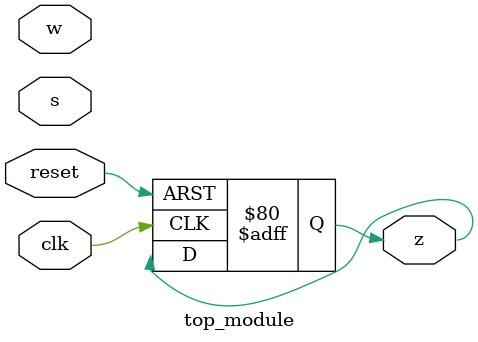
<source format=sv>
module top_module (
    input clk,
    input reset,
    input s,
    input w,
    output reg z
);

    reg [3:0] state, next_state;
    
    // State definitions
    parameter A = 0;
    parameter B = 1;
    parameter C = 2;
    parameter S10 = 3;
    parameter S11 = 4;
    parameter S20 = 5;
    parameter S21 = 6;
    parameter S22 = 7;

    always @(posedge clk or posedge reset) begin
        if (reset) begin
            state <= A;
            z <= 0;
        end
        else begin
            state <= next_state;
            case (state)
                A: if (s) next_state = B;
                   else next_state = state;
                B: if (w) next_state = S11;
                   else next_state = S10;
                C: if (w) next_state = S11;
                   else next_state = S10;
                S10: if (w) next_state = S21;
                     else next_state = S20;
                S11: if (w) next_state = S22;
                     else next_state = S21;
                S20: next_state = B;
                S21: if (w) next_state = C;
                     else next_state = B;
                S22: if (w) next_state = B;
                     else next_state = C;
            endcase
        end
    end

endmodule

</source>
